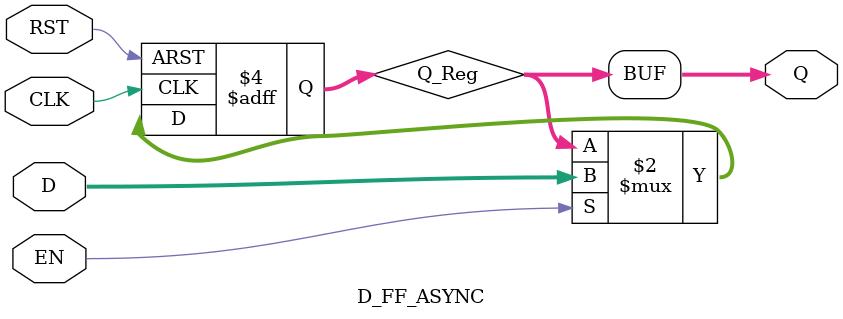
<source format=v>
module D_FF_ASYNC (D, EN, CLK, RST, Q);
	
	parameter width = 18;
	parameter REG_EN = 1;

	input [width-1:0]D;
	input EN, CLK, RST;
	output [width-1:0]Q;

	reg [width-1:0]Q_Reg;

	assign Q = REG_EN ? Q_Reg : D ;

	always @(posedge CLK or posedge RST) begin
		if(RST)
			Q_Reg <= 0;
		else if(EN) begin
			Q_Reg <= D; 
		end
	end

endmodule
</source>
